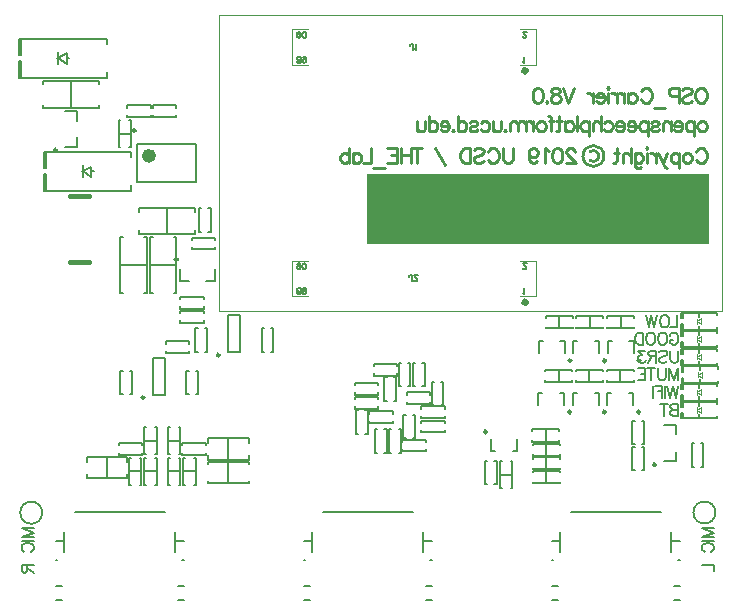
<source format=gbo>
G04*
G04 #@! TF.GenerationSoftware,Altium Limited,Altium Designer,19.0.15 (446)*
G04*
G04 Layer_Color=32896*
%FSLAX42Y42*%
%MOMM*%
G71*
G01*
G75*
%ADD10C,0.25*%
%ADD11C,0.25*%
%ADD12C,0.20*%
%ADD13C,0.50*%
%ADD14C,0.10*%
%ADD15C,0.20*%
%ADD17C,0.13*%
%ADD19C,0.15*%
%ADD181C,0.60*%
%ADD182C,0.40*%
%ADD183R,29.00X6.00*%
D10*
X4881Y-1226D02*
G03*
X4881Y-1154I29J36D01*
G01*
X4999Y-1190D02*
G03*
X4999Y-1190I-89J0D01*
G01*
X5840Y-895D02*
X5852Y-901D01*
X5864Y-913D01*
X5870Y-932D01*
Y-944D01*
X5864Y-962D01*
X5852Y-974D01*
X5840Y-980D01*
X5822D01*
X5810Y-974D01*
X5797Y-962D01*
X5791Y-944D01*
Y-932D01*
X5797Y-913D01*
X5810Y-901D01*
X5822Y-895D01*
X5840D01*
X5764D02*
Y-1022D01*
Y-913D02*
X5751Y-901D01*
X5739Y-895D01*
X5721D01*
X5709Y-901D01*
X5697Y-913D01*
X5691Y-932D01*
Y-944D01*
X5697Y-962D01*
X5709Y-974D01*
X5721Y-980D01*
X5739D01*
X5751Y-974D01*
X5764Y-962D01*
X5664Y-932D02*
X5591D01*
Y-920D01*
X5597Y-907D01*
X5603Y-901D01*
X5615Y-895D01*
X5634D01*
X5646Y-901D01*
X5658Y-913D01*
X5664Y-932D01*
Y-944D01*
X5658Y-962D01*
X5646Y-974D01*
X5634Y-980D01*
X5615D01*
X5603Y-974D01*
X5591Y-962D01*
X5564Y-895D02*
Y-980D01*
Y-920D02*
X5546Y-901D01*
X5534Y-895D01*
X5516D01*
X5504Y-901D01*
X5498Y-920D01*
Y-980D01*
X5398Y-913D02*
X5404Y-901D01*
X5422Y-895D01*
X5440D01*
X5458Y-901D01*
X5464Y-913D01*
X5458Y-926D01*
X5446Y-932D01*
X5416Y-938D01*
X5404Y-944D01*
X5398Y-956D01*
Y-962D01*
X5404Y-974D01*
X5422Y-980D01*
X5440D01*
X5458Y-974D01*
X5464Y-962D01*
X5371Y-895D02*
Y-1022D01*
Y-913D02*
X5359Y-901D01*
X5347Y-895D01*
X5329D01*
X5317Y-901D01*
X5305Y-913D01*
X5299Y-932D01*
Y-944D01*
X5305Y-962D01*
X5317Y-974D01*
X5329Y-980D01*
X5347D01*
X5359Y-974D01*
X5371Y-962D01*
X5271Y-932D02*
X5199D01*
Y-920D01*
X5205Y-907D01*
X5211Y-901D01*
X5223Y-895D01*
X5241D01*
X5253Y-901D01*
X5265Y-913D01*
X5271Y-932D01*
Y-944D01*
X5265Y-962D01*
X5253Y-974D01*
X5241Y-980D01*
X5223D01*
X5211Y-974D01*
X5199Y-962D01*
X5172Y-932D02*
X5099D01*
Y-920D01*
X5105Y-907D01*
X5111Y-901D01*
X5123Y-895D01*
X5141D01*
X5154Y-901D01*
X5166Y-913D01*
X5172Y-932D01*
Y-944D01*
X5166Y-962D01*
X5154Y-974D01*
X5141Y-980D01*
X5123D01*
X5111Y-974D01*
X5099Y-962D01*
X4999Y-913D02*
X5011Y-901D01*
X5024Y-895D01*
X5042D01*
X5054Y-901D01*
X5066Y-913D01*
X5072Y-932D01*
Y-944D01*
X5066Y-962D01*
X5054Y-974D01*
X5042Y-980D01*
X5024D01*
X5011Y-974D01*
X4999Y-962D01*
X4972Y-853D02*
Y-980D01*
Y-920D02*
X4954Y-901D01*
X4942Y-895D01*
X4924D01*
X4912Y-901D01*
X4906Y-920D01*
Y-980D01*
X4872Y-895D02*
Y-1022D01*
Y-913D02*
X4860Y-901D01*
X4848Y-895D01*
X4830D01*
X4818Y-901D01*
X4806Y-913D01*
X4800Y-932D01*
Y-944D01*
X4806Y-962D01*
X4818Y-974D01*
X4830Y-980D01*
X4848D01*
X4860Y-974D01*
X4872Y-962D01*
X4773Y-853D02*
Y-980D01*
X4673Y-895D02*
Y-980D01*
Y-913D02*
X4686Y-901D01*
X4698Y-895D01*
X4716D01*
X4728Y-901D01*
X4740Y-913D01*
X4746Y-932D01*
Y-944D01*
X4740Y-962D01*
X4728Y-974D01*
X4716Y-980D01*
X4698D01*
X4686Y-974D01*
X4673Y-962D01*
X4621Y-853D02*
Y-956D01*
X4615Y-974D01*
X4603Y-980D01*
X4591D01*
X4640Y-895D02*
X4597D01*
X4525Y-853D02*
X4537D01*
X4549Y-859D01*
X4555Y-877D01*
Y-980D01*
X4573Y-895D02*
X4531D01*
X4476D02*
X4488Y-901D01*
X4501Y-913D01*
X4507Y-932D01*
Y-944D01*
X4501Y-962D01*
X4488Y-974D01*
X4476Y-980D01*
X4458D01*
X4446Y-974D01*
X4434Y-962D01*
X4428Y-944D01*
Y-932D01*
X4434Y-913D01*
X4446Y-901D01*
X4458Y-895D01*
X4476D01*
X4400D02*
Y-980D01*
Y-932D02*
X4394Y-913D01*
X4382Y-901D01*
X4370Y-895D01*
X4352D01*
X4340D02*
Y-980D01*
Y-920D02*
X4322Y-901D01*
X4310Y-895D01*
X4292D01*
X4280Y-901D01*
X4274Y-920D01*
Y-980D01*
Y-920D02*
X4256Y-901D01*
X4244Y-895D01*
X4225D01*
X4213Y-901D01*
X4207Y-920D01*
Y-980D01*
X4161Y-968D02*
X4167Y-974D01*
X4161Y-980D01*
X4155Y-974D01*
X4161Y-968D01*
X4127Y-895D02*
Y-956D01*
X4121Y-974D01*
X4109Y-980D01*
X4091D01*
X4079Y-974D01*
X4061Y-956D01*
Y-895D02*
Y-980D01*
X3955Y-913D02*
X3967Y-901D01*
X3979Y-895D01*
X3997D01*
X4010Y-901D01*
X4022Y-913D01*
X4028Y-932D01*
Y-944D01*
X4022Y-962D01*
X4010Y-974D01*
X3997Y-980D01*
X3979D01*
X3967Y-974D01*
X3955Y-962D01*
X3861Y-913D02*
X3867Y-901D01*
X3886Y-895D01*
X3904D01*
X3922Y-901D01*
X3928Y-913D01*
X3922Y-926D01*
X3910Y-932D01*
X3880Y-938D01*
X3867Y-944D01*
X3861Y-956D01*
Y-962D01*
X3867Y-974D01*
X3886Y-980D01*
X3904D01*
X3922Y-974D01*
X3928Y-962D01*
X3762Y-853D02*
Y-980D01*
Y-913D02*
X3774Y-901D01*
X3786Y-895D01*
X3805D01*
X3817Y-901D01*
X3829Y-913D01*
X3835Y-932D01*
Y-944D01*
X3829Y-962D01*
X3817Y-974D01*
X3805Y-980D01*
X3786D01*
X3774Y-974D01*
X3762Y-962D01*
X3722Y-968D02*
X3728Y-974D01*
X3722Y-980D01*
X3716Y-974D01*
X3722Y-968D01*
X3688Y-932D02*
X3616D01*
Y-920D01*
X3622Y-907D01*
X3628Y-901D01*
X3640Y-895D01*
X3658D01*
X3670Y-901D01*
X3682Y-913D01*
X3688Y-932D01*
Y-944D01*
X3682Y-962D01*
X3670Y-974D01*
X3658Y-980D01*
X3640D01*
X3628Y-974D01*
X3616Y-962D01*
X3516Y-853D02*
Y-980D01*
Y-913D02*
X3528Y-901D01*
X3540Y-895D01*
X3558D01*
X3571Y-901D01*
X3583Y-913D01*
X3589Y-932D01*
Y-944D01*
X3583Y-962D01*
X3571Y-974D01*
X3558Y-980D01*
X3540D01*
X3528Y-974D01*
X3516Y-962D01*
X3482Y-895D02*
Y-956D01*
X3476Y-974D01*
X3464Y-980D01*
X3446D01*
X3434Y-974D01*
X3416Y-956D01*
Y-895D02*
Y-980D01*
X5834Y-613D02*
X5846Y-619D01*
X5858Y-631D01*
X5864Y-643D01*
X5870Y-661D01*
Y-692D01*
X5864Y-710D01*
X5858Y-722D01*
X5846Y-734D01*
X5834Y-740D01*
X5810D01*
X5797Y-734D01*
X5785Y-722D01*
X5779Y-710D01*
X5773Y-692D01*
Y-661D01*
X5779Y-643D01*
X5785Y-631D01*
X5797Y-619D01*
X5810Y-613D01*
X5834D01*
X5659Y-631D02*
X5671Y-619D01*
X5689Y-613D01*
X5713D01*
X5732Y-619D01*
X5744Y-631D01*
Y-643D01*
X5738Y-655D01*
X5732Y-661D01*
X5719Y-667D01*
X5683Y-680D01*
X5671Y-686D01*
X5665Y-692D01*
X5659Y-704D01*
Y-722D01*
X5671Y-734D01*
X5689Y-740D01*
X5713D01*
X5732Y-734D01*
X5744Y-722D01*
X5631Y-680D02*
X5576D01*
X5558Y-673D01*
X5552Y-667D01*
X5546Y-655D01*
Y-637D01*
X5552Y-625D01*
X5558Y-619D01*
X5576Y-613D01*
X5631D01*
Y-740D01*
X5517Y-782D02*
X5421D01*
X5314Y-643D02*
X5320Y-631D01*
X5332Y-619D01*
X5344Y-613D01*
X5368D01*
X5380Y-619D01*
X5392Y-631D01*
X5398Y-643D01*
X5404Y-661D01*
Y-692D01*
X5398Y-710D01*
X5392Y-722D01*
X5380Y-734D01*
X5368Y-740D01*
X5344D01*
X5332Y-734D01*
X5320Y-722D01*
X5314Y-710D01*
X5206Y-655D02*
Y-740D01*
Y-673D02*
X5218Y-661D01*
X5230Y-655D01*
X5248D01*
X5260Y-661D01*
X5272Y-673D01*
X5278Y-692D01*
Y-704D01*
X5272Y-722D01*
X5260Y-734D01*
X5248Y-740D01*
X5230D01*
X5218Y-734D01*
X5206Y-722D01*
X5172Y-655D02*
Y-740D01*
Y-692D02*
X5166Y-673D01*
X5154Y-661D01*
X5141Y-655D01*
X5123D01*
X5112D02*
Y-740D01*
Y-692D02*
X5106Y-673D01*
X5094Y-661D01*
X5082Y-655D01*
X5063D01*
X5040Y-613D02*
X5034Y-619D01*
X5028Y-613D01*
X5034Y-607D01*
X5040Y-613D01*
X5034Y-655D02*
Y-740D01*
X5005Y-692D02*
X4933D01*
Y-680D01*
X4939Y-667D01*
X4945Y-661D01*
X4957Y-655D01*
X4975D01*
X4987Y-661D01*
X4999Y-673D01*
X5005Y-692D01*
Y-704D01*
X4999Y-722D01*
X4987Y-734D01*
X4975Y-740D01*
X4957D01*
X4945Y-734D01*
X4933Y-722D01*
X4906Y-655D02*
Y-740D01*
Y-692D02*
X4900Y-673D01*
X4887Y-661D01*
X4875Y-655D01*
X4857D01*
X4746Y-613D02*
X4698Y-740D01*
X4649Y-613D02*
X4698Y-740D01*
X4603Y-613D02*
X4621Y-619D01*
X4627Y-631D01*
Y-643D01*
X4621Y-655D01*
X4609Y-661D01*
X4585Y-667D01*
X4566Y-673D01*
X4554Y-686D01*
X4548Y-698D01*
Y-716D01*
X4554Y-728D01*
X4560Y-734D01*
X4579Y-740D01*
X4603D01*
X4621Y-734D01*
X4627Y-728D01*
X4633Y-716D01*
Y-698D01*
X4627Y-686D01*
X4615Y-673D01*
X4597Y-667D01*
X4572Y-661D01*
X4560Y-655D01*
X4554Y-643D01*
Y-631D01*
X4560Y-619D01*
X4579Y-613D01*
X4603D01*
X4514Y-728D02*
X4520Y-734D01*
X4514Y-740D01*
X4508Y-734D01*
X4514Y-728D01*
X4444Y-613D02*
X4462Y-619D01*
X4474Y-637D01*
X4480Y-667D01*
Y-686D01*
X4474Y-716D01*
X4462Y-734D01*
X4444Y-740D01*
X4432D01*
X4413Y-734D01*
X4401Y-716D01*
X4395Y-686D01*
Y-667D01*
X4401Y-637D01*
X4413Y-619D01*
X4432Y-613D01*
X4444D01*
X5779Y-1153D02*
X5785Y-1141D01*
X5797Y-1129D01*
X5810Y-1123D01*
X5834D01*
X5846Y-1129D01*
X5858Y-1141D01*
X5864Y-1153D01*
X5870Y-1171D01*
Y-1202D01*
X5864Y-1220D01*
X5858Y-1232D01*
X5846Y-1244D01*
X5834Y-1250D01*
X5810D01*
X5797Y-1244D01*
X5785Y-1232D01*
X5779Y-1220D01*
X5713Y-1165D02*
X5725Y-1171D01*
X5738Y-1183D01*
X5744Y-1202D01*
Y-1214D01*
X5738Y-1232D01*
X5725Y-1244D01*
X5713Y-1250D01*
X5695D01*
X5683Y-1244D01*
X5671Y-1232D01*
X5665Y-1214D01*
Y-1202D01*
X5671Y-1183D01*
X5683Y-1171D01*
X5695Y-1165D01*
X5713D01*
X5637D02*
Y-1292D01*
Y-1183D02*
X5625Y-1171D01*
X5613Y-1165D01*
X5595D01*
X5583Y-1171D01*
X5571Y-1183D01*
X5565Y-1202D01*
Y-1214D01*
X5571Y-1232D01*
X5583Y-1244D01*
X5595Y-1250D01*
X5613D01*
X5625Y-1244D01*
X5637Y-1232D01*
X5531Y-1165D02*
X5495Y-1250D01*
X5459Y-1165D02*
X5495Y-1250D01*
X5507Y-1274D01*
X5519Y-1286D01*
X5531Y-1292D01*
X5537D01*
X5438Y-1165D02*
Y-1250D01*
Y-1202D02*
X5432Y-1183D01*
X5420Y-1171D01*
X5407Y-1165D01*
X5389D01*
X5366Y-1123D02*
X5360Y-1129D01*
X5354Y-1123D01*
X5360Y-1117D01*
X5366Y-1123D01*
X5360Y-1165D02*
Y-1250D01*
X5259Y-1165D02*
Y-1262D01*
X5265Y-1280D01*
X5271Y-1286D01*
X5283Y-1292D01*
X5301D01*
X5313Y-1286D01*
X5259Y-1183D02*
X5271Y-1171D01*
X5283Y-1165D01*
X5301D01*
X5313Y-1171D01*
X5325Y-1183D01*
X5331Y-1202D01*
Y-1214D01*
X5325Y-1232D01*
X5313Y-1244D01*
X5301Y-1250D01*
X5283D01*
X5271Y-1244D01*
X5259Y-1232D01*
X5225Y-1123D02*
Y-1250D01*
Y-1190D02*
X5207Y-1171D01*
X5195Y-1165D01*
X5176D01*
X5164Y-1171D01*
X5158Y-1190D01*
Y-1250D01*
X5107Y-1123D02*
Y-1226D01*
X5101Y-1244D01*
X5089Y-1250D01*
X5077D01*
X5125Y-1165D02*
X5083D01*
X4753Y-1153D02*
Y-1147D01*
X4747Y-1135D01*
X4741Y-1129D01*
X4729Y-1123D01*
X4705D01*
X4693Y-1129D01*
X4687Y-1135D01*
X4681Y-1147D01*
Y-1159D01*
X4687Y-1171D01*
X4699Y-1190D01*
X4759Y-1250D01*
X4675D01*
X4610Y-1123D02*
X4628Y-1129D01*
X4640Y-1147D01*
X4646Y-1177D01*
Y-1196D01*
X4640Y-1226D01*
X4628Y-1244D01*
X4610Y-1250D01*
X4598D01*
X4580Y-1244D01*
X4568Y-1226D01*
X4562Y-1196D01*
Y-1177D01*
X4568Y-1147D01*
X4580Y-1129D01*
X4598Y-1123D01*
X4610D01*
X4533Y-1147D02*
X4521Y-1141D01*
X4503Y-1123D01*
Y-1250D01*
X4361Y-1165D02*
X4367Y-1183D01*
X4380Y-1196D01*
X4398Y-1202D01*
X4404D01*
X4422Y-1196D01*
X4434Y-1183D01*
X4440Y-1165D01*
Y-1159D01*
X4434Y-1141D01*
X4422Y-1129D01*
X4404Y-1123D01*
X4398D01*
X4380Y-1129D01*
X4367Y-1141D01*
X4361Y-1165D01*
Y-1196D01*
X4367Y-1226D01*
X4380Y-1244D01*
X4398Y-1250D01*
X4410D01*
X4428Y-1244D01*
X4434Y-1232D01*
X4227Y-1123D02*
Y-1214D01*
X4221Y-1232D01*
X4209Y-1244D01*
X4191Y-1250D01*
X4179D01*
X4161Y-1244D01*
X4149Y-1232D01*
X4143Y-1214D01*
Y-1123D01*
X4017Y-1153D02*
X4023Y-1141D01*
X4035Y-1129D01*
X4047Y-1123D01*
X4071D01*
X4083Y-1129D01*
X4095Y-1141D01*
X4101Y-1153D01*
X4107Y-1171D01*
Y-1202D01*
X4101Y-1220D01*
X4095Y-1232D01*
X4083Y-1244D01*
X4071Y-1250D01*
X4047D01*
X4035Y-1244D01*
X4023Y-1232D01*
X4017Y-1220D01*
X3896Y-1141D02*
X3909Y-1129D01*
X3927Y-1123D01*
X3951D01*
X3969Y-1129D01*
X3981Y-1141D01*
Y-1153D01*
X3975Y-1165D01*
X3969Y-1171D01*
X3957Y-1177D01*
X3921Y-1190D01*
X3909Y-1196D01*
X3903Y-1202D01*
X3896Y-1214D01*
Y-1232D01*
X3909Y-1244D01*
X3927Y-1250D01*
X3951D01*
X3969Y-1244D01*
X3981Y-1232D01*
X3868Y-1123D02*
Y-1250D01*
Y-1123D02*
X3826D01*
X3808Y-1129D01*
X3796Y-1141D01*
X3789Y-1153D01*
X3783Y-1171D01*
Y-1202D01*
X3789Y-1220D01*
X3796Y-1232D01*
X3808Y-1244D01*
X3826Y-1250D01*
X3868D01*
X3655Y-1268D02*
X3571Y-1123D01*
X3420D02*
Y-1250D01*
X3462Y-1123D02*
X3378D01*
X3363D02*
Y-1250D01*
X3278Y-1123D02*
Y-1250D01*
X3363Y-1183D02*
X3278D01*
X3164Y-1123D02*
X3243D01*
Y-1250D01*
X3164D01*
X3243Y-1183D02*
X3195D01*
X3143Y-1292D02*
X3046D01*
X3030Y-1123D02*
Y-1250D01*
X2957D01*
X2871Y-1165D02*
Y-1250D01*
Y-1183D02*
X2883Y-1171D01*
X2895Y-1165D01*
X2913D01*
X2925Y-1171D01*
X2938Y-1183D01*
X2944Y-1202D01*
Y-1214D01*
X2938Y-1232D01*
X2925Y-1244D01*
X2913Y-1250D01*
X2895D01*
X2883Y-1244D01*
X2871Y-1232D01*
X2837Y-1123D02*
Y-1250D01*
Y-1183D02*
X2825Y-1171D01*
X2813Y-1165D01*
X2795D01*
X2783Y-1171D01*
X2771Y-1183D01*
X2765Y-1202D01*
Y-1214D01*
X2771Y-1232D01*
X2783Y-1244D01*
X2795Y-1250D01*
X2813D01*
X2825Y-1244D01*
X2837Y-1232D01*
D11*
X1108Y-3234D02*
G03*
X1108Y-3234I-12J0D01*
G01*
X1745Y-2875D02*
G03*
X1745Y-2875I-12J0D01*
G01*
X1390Y-2065D02*
G03*
X1390Y-2065I-12J0D01*
G01*
X1034Y-975D02*
G03*
X1034Y-975I-12J0D01*
G01*
X367Y-1140D02*
G03*
X367Y-1140I-12J0D01*
G01*
X4008Y-3525D02*
G03*
X4008Y-3525I-12J0D01*
G01*
X5437Y-3803D02*
G03*
X5437Y-3803I-12J0D01*
G01*
X5013Y-3357D02*
G03*
X5013Y-3357I-12J0D01*
G01*
X5305D02*
G03*
X5305Y-3357I-12J0D01*
G01*
X4721Y-3357D02*
G03*
X4721Y-3357I-12J0D01*
G01*
X4724Y-2922D02*
G03*
X4724Y-2922I-12J0D01*
G01*
X5308D02*
G03*
X5308Y-2922I-12J0D01*
G01*
X5016D02*
G03*
X5016Y-2922I-12J0D01*
G01*
D12*
X1183Y-3209D02*
X1283D01*
X1183Y-2899D02*
X1283D01*
X1183Y-3209D02*
Y-2899D01*
X1283Y-3209D02*
Y-2899D01*
X1820Y-2850D02*
X1920D01*
X1820Y-2540D02*
X1920D01*
X1820Y-2850D02*
Y-2540D01*
X1920Y-2850D02*
Y-2540D01*
X1410Y-2250D02*
Y-2150D01*
Y-2250D02*
X1488D01*
X1710D02*
Y-2150D01*
X1633Y-2250D02*
X1710D01*
X1047Y-1088D02*
X1547D01*
X1047Y-1407D02*
X1547D01*
X1047D02*
Y-1088D01*
X1547Y-1407D02*
Y-1088D01*
X255Y-1155D02*
X998D01*
Y-1202D02*
Y-1155D01*
X255Y-1295D02*
Y-1155D01*
X998Y-1485D02*
Y-1438D01*
X255Y-1295D02*
X274D01*
Y-1155D01*
Y-1485D02*
Y-1345D01*
X255D02*
X274D01*
X255Y-1485D02*
X998D01*
X255D02*
Y-1345D01*
X590Y-1370D02*
Y-1270D01*
Y-1320D02*
X660Y-1280D01*
X590Y-1320D02*
X660Y-1370D01*
Y-1280D01*
X580Y-1320D02*
X590D01*
X660D02*
X680D01*
X440Y-1110D02*
X540D01*
Y-1030D01*
X440Y-810D02*
X540D01*
Y-890D02*
Y-810D01*
X45Y-195D02*
X788D01*
Y-242D02*
Y-195D01*
X45Y-335D02*
Y-195D01*
X788Y-525D02*
Y-478D01*
X45Y-335D02*
X64D01*
Y-195D01*
Y-525D02*
Y-385D01*
X45D02*
X64D01*
X45Y-525D02*
X788D01*
X45D02*
Y-385D01*
X380Y-410D02*
Y-310D01*
Y-360D02*
X450Y-320D01*
X380Y-360D02*
X450Y-410D01*
Y-320D01*
X370Y-360D02*
X380D01*
X450D02*
X470D01*
X4225Y-3688D02*
X4260D01*
Y-3588D01*
X4040Y-3688D02*
X4075D01*
X4040D02*
Y-3588D01*
X5610Y-3547D02*
Y-3470D01*
X5510D02*
X5610D01*
Y-3770D02*
Y-3692D01*
X5510Y-3770D02*
X5610D01*
X1390Y-4950D02*
X1440D01*
X1390Y-4830D02*
X1440D01*
X1370Y-4450D02*
X1440D01*
X1430Y-4610D02*
X1440Y-4610D01*
X1370Y-4540D02*
Y-4370D01*
X900Y-4200D02*
X1280D01*
X520D02*
X900D01*
X430Y-4540D02*
Y-4370D01*
X360Y-4610D02*
X370Y-4610D01*
X360Y-4450D02*
X430D01*
X360Y-4830D02*
X410D01*
X360Y-4950D02*
X410D01*
X2460D02*
X2510D01*
X2460Y-4830D02*
X2510D01*
X2460Y-4450D02*
X2530D01*
X2460Y-4610D02*
X2470Y-4610D01*
X2530Y-4540D02*
Y-4370D01*
X2620Y-4200D02*
X3000D01*
X3380D01*
X3470Y-4540D02*
Y-4370D01*
X3530Y-4610D02*
X3540Y-4610D01*
X3470Y-4450D02*
X3540D01*
X3490Y-4830D02*
X3540D01*
X3490Y-4950D02*
X3540D01*
X4560D02*
X4610D01*
X4560Y-4830D02*
X4610D01*
X4560Y-4450D02*
X4630D01*
X4560Y-4610D02*
X4570Y-4610D01*
X4630Y-4540D02*
Y-4370D01*
X4720Y-4200D02*
X5100D01*
X5480D01*
X5570Y-4540D02*
Y-4370D01*
X5630Y-4610D02*
X5640Y-4610D01*
X5570Y-4450D02*
X5640D01*
X5590Y-4830D02*
X5640D01*
X5590Y-4950D02*
X5640D01*
X4735Y-3194D02*
X4770D01*
X4735Y-3294D02*
Y-3194D01*
X4920D02*
X4955D01*
Y-3294D02*
Y-3194D01*
X5027D02*
X5062D01*
X5027Y-3294D02*
Y-3194D01*
X5212D02*
X5247D01*
Y-3294D02*
Y-3194D01*
X4443Y-3195D02*
X4478D01*
X4443Y-3295D02*
Y-3195D01*
X4628D02*
X4663D01*
Y-3295D02*
Y-3195D01*
X4446Y-2760D02*
X4481D01*
X4446Y-2860D02*
Y-2760D01*
X4631D02*
X4666D01*
Y-2860D02*
Y-2760D01*
X5030D02*
X5065D01*
X5030Y-2860D02*
Y-2760D01*
X5215D02*
X5250D01*
Y-2860D02*
Y-2760D01*
X4738D02*
X4773D01*
X4738Y-2860D02*
Y-2760D01*
X4923D02*
X4958D01*
Y-2860D02*
Y-2760D01*
D13*
X4340Y-468D02*
G03*
X4340Y-468I-10J0D01*
G01*
Y-2428D02*
G03*
X4340Y-2428I-10J0D01*
G01*
Y-468D02*
G03*
X4340Y-468I-10J0D01*
G01*
Y-2428D02*
G03*
X4340Y-2428I-10J0D01*
G01*
D14*
X5792Y-3040D02*
X5828Y-3015D01*
Y-3040D02*
Y-3015D01*
X5792Y-3040D02*
Y-3017D01*
Y-3062D02*
Y-3040D01*
X5828Y-3065D02*
Y-3040D01*
X5792D02*
X5828Y-3065D01*
X5788Y-2590D02*
X5824Y-2565D01*
Y-2590D02*
Y-2565D01*
X5788Y-2590D02*
Y-2567D01*
Y-2612D02*
Y-2590D01*
X5824Y-2615D02*
Y-2590D01*
X5788D02*
X5824Y-2615D01*
X5788Y-2740D02*
X5824Y-2715D01*
Y-2740D02*
Y-2715D01*
X5788Y-2740D02*
Y-2717D01*
Y-2762D02*
Y-2740D01*
X5824Y-2765D02*
Y-2740D01*
X5788D02*
X5824Y-2765D01*
X5788Y-2890D02*
X5824Y-2865D01*
Y-2890D02*
Y-2865D01*
X5788Y-2890D02*
Y-2867D01*
Y-2912D02*
Y-2890D01*
X5824Y-2915D02*
Y-2890D01*
X5788D02*
X5824Y-2915D01*
X5788Y-3340D02*
X5824Y-3315D01*
Y-3340D02*
Y-3315D01*
X5788Y-3340D02*
Y-3317D01*
Y-3362D02*
Y-3340D01*
X5824Y-3365D02*
Y-3340D01*
X5788D02*
X5824Y-3365D01*
X5788Y-3190D02*
X5824Y-3215D01*
Y-3190D01*
X5788Y-3212D02*
Y-3190D01*
Y-3167D01*
X5824Y-3190D02*
Y-3165D01*
X5788Y-3190D02*
X5824Y-3165D01*
X2360Y-418D02*
Y-118D01*
X2490D01*
X2360Y-418D02*
X2490D01*
X4290Y-118D02*
X4420D01*
Y-418D02*
Y-118D01*
X4290Y-418D02*
X4420D01*
X2360Y-2378D02*
Y-2078D01*
X2490D01*
X2360Y-2378D02*
X2490D01*
X4290Y-2078D02*
X4420D01*
Y-2378D02*
Y-2078D01*
X4290Y-2378D02*
X4420D01*
X1740Y-2498D02*
Y2D01*
Y-2498D02*
X6000D01*
Y2D01*
X1740D02*
X6000D01*
X2360Y-418D02*
Y-118D01*
X2490D01*
X2360Y-418D02*
X2490D01*
X4290Y-118D02*
X4420D01*
Y-418D02*
Y-118D01*
X4290Y-418D02*
X4420D01*
X4290Y-2378D02*
X4420D01*
Y-2078D01*
X4290D02*
X4420D01*
X2360Y-2378D02*
X2490D01*
X2360Y-2078D02*
X2490D01*
X2360Y-2378D02*
Y-2078D01*
D15*
X5630Y-3135D02*
X5606Y-3236D01*
X5582Y-3135D02*
X5606Y-3236D01*
X5582Y-3135D02*
X5557Y-3236D01*
X5533Y-3135D02*
X5557Y-3236D01*
X5513Y-3135D02*
Y-3236D01*
X5492Y-3135D02*
Y-3236D01*
Y-3135D02*
X5429D01*
X5492Y-3183D02*
X5453D01*
X5417Y-3135D02*
Y-3236D01*
X5630Y-3288D02*
Y-3390D01*
Y-3288D02*
X5586D01*
X5572Y-3293D01*
X5567Y-3298D01*
X5562Y-3308D01*
Y-3317D01*
X5567Y-3327D01*
X5572Y-3332D01*
X5586Y-3337D01*
X5630D02*
X5586D01*
X5572Y-3342D01*
X5567Y-3346D01*
X5562Y-3356D01*
Y-3371D01*
X5567Y-3380D01*
X5572Y-3385D01*
X5586Y-3390D01*
X5630D01*
X5506Y-3288D02*
Y-3390D01*
X5540Y-3288D02*
X5472D01*
X5630Y-2988D02*
Y-3090D01*
Y-2988D02*
X5591Y-3090D01*
X5553Y-2988D02*
X5591Y-3090D01*
X5553Y-2988D02*
Y-3090D01*
X5524Y-2988D02*
Y-3061D01*
X5519Y-3075D01*
X5509Y-3085D01*
X5495Y-3090D01*
X5485D01*
X5470Y-3085D01*
X5461Y-3075D01*
X5456Y-3061D01*
Y-2988D01*
X5394D02*
Y-3090D01*
X5428Y-2988D02*
X5360D01*
X5285D02*
X5348D01*
Y-3090D01*
X5285D01*
X5348Y-3037D02*
X5309D01*
X5630Y-2838D02*
Y-2911D01*
X5625Y-2925D01*
X5615Y-2935D01*
X5601Y-2940D01*
X5591D01*
X5577Y-2935D01*
X5567Y-2925D01*
X5562Y-2911D01*
Y-2838D01*
X5467Y-2853D02*
X5476Y-2843D01*
X5491Y-2838D01*
X5510D01*
X5525Y-2843D01*
X5534Y-2853D01*
Y-2863D01*
X5529Y-2872D01*
X5525Y-2877D01*
X5515Y-2882D01*
X5486Y-2892D01*
X5476Y-2896D01*
X5471Y-2901D01*
X5467Y-2911D01*
Y-2925D01*
X5476Y-2935D01*
X5491Y-2940D01*
X5510D01*
X5525Y-2935D01*
X5534Y-2925D01*
X5444Y-2838D02*
Y-2940D01*
Y-2838D02*
X5400D01*
X5386Y-2843D01*
X5381Y-2848D01*
X5376Y-2858D01*
Y-2867D01*
X5381Y-2877D01*
X5386Y-2882D01*
X5400Y-2887D01*
X5444D01*
X5410D02*
X5376Y-2940D01*
X5344Y-2838D02*
X5290D01*
X5319Y-2877D01*
X5305D01*
X5295Y-2882D01*
X5290Y-2887D01*
X5286Y-2901D01*
Y-2911D01*
X5290Y-2925D01*
X5300Y-2935D01*
X5315Y-2940D01*
X5329D01*
X5344Y-2935D01*
X5348Y-2930D01*
X5353Y-2921D01*
X5557Y-2710D02*
X5562Y-2700D01*
X5572Y-2691D01*
X5582Y-2686D01*
X5601D01*
X5611Y-2691D01*
X5620Y-2700D01*
X5625Y-2710D01*
X5630Y-2725D01*
Y-2749D01*
X5625Y-2763D01*
X5620Y-2773D01*
X5611Y-2783D01*
X5601Y-2787D01*
X5582D01*
X5572Y-2783D01*
X5562Y-2773D01*
X5557Y-2763D01*
Y-2749D01*
X5582D02*
X5557D01*
X5505Y-2686D02*
X5515Y-2691D01*
X5525Y-2700D01*
X5529Y-2710D01*
X5534Y-2725D01*
Y-2749D01*
X5529Y-2763D01*
X5525Y-2773D01*
X5515Y-2783D01*
X5505Y-2787D01*
X5486D01*
X5476Y-2783D01*
X5467Y-2773D01*
X5462Y-2763D01*
X5457Y-2749D01*
Y-2725D01*
X5462Y-2710D01*
X5467Y-2700D01*
X5476Y-2691D01*
X5486Y-2686D01*
X5505D01*
X5404D02*
X5414Y-2691D01*
X5423Y-2700D01*
X5428Y-2710D01*
X5433Y-2725D01*
Y-2749D01*
X5428Y-2763D01*
X5423Y-2773D01*
X5414Y-2783D01*
X5404Y-2787D01*
X5385D01*
X5375Y-2783D01*
X5365Y-2773D01*
X5361Y-2763D01*
X5356Y-2749D01*
Y-2725D01*
X5361Y-2710D01*
X5365Y-2700D01*
X5375Y-2691D01*
X5385Y-2686D01*
X5404D01*
X5332D02*
Y-2787D01*
Y-2686D02*
X5298D01*
X5284Y-2691D01*
X5274Y-2700D01*
X5269Y-2710D01*
X5264Y-2725D01*
Y-2749D01*
X5269Y-2763D01*
X5274Y-2773D01*
X5284Y-2783D01*
X5298Y-2787D01*
X5332D01*
X5620Y-2538D02*
Y-2640D01*
X5562D01*
X5522Y-2538D02*
X5531Y-2543D01*
X5541Y-2553D01*
X5546Y-2563D01*
X5551Y-2577D01*
Y-2601D01*
X5546Y-2616D01*
X5541Y-2625D01*
X5531Y-2635D01*
X5522Y-2640D01*
X5502D01*
X5493Y-2635D01*
X5483Y-2625D01*
X5478Y-2616D01*
X5473Y-2601D01*
Y-2577D01*
X5478Y-2563D01*
X5483Y-2553D01*
X5493Y-2543D01*
X5502Y-2538D01*
X5522D01*
X5450D02*
X5426Y-2640D01*
X5401Y-2538D02*
X5426Y-2640D01*
X5401Y-2538D02*
X5377Y-2640D01*
X5353Y-2538D02*
X5377Y-2640D01*
X68Y-4340D02*
X170D01*
X68D02*
X170Y-4379D01*
X68Y-4417D02*
X170Y-4379D01*
X68Y-4417D02*
X170D01*
X68Y-4446D02*
X170D01*
X93Y-4540D02*
X83Y-4535D01*
X73Y-4526D01*
X68Y-4516D01*
Y-4497D01*
X73Y-4487D01*
X83Y-4477D01*
X93Y-4473D01*
X107Y-4468D01*
X131D01*
X146Y-4473D01*
X155Y-4477D01*
X165Y-4487D01*
X170Y-4497D01*
Y-4516D01*
X165Y-4526D01*
X155Y-4535D01*
X146Y-4540D01*
X68Y-4649D02*
X170D01*
X68D02*
Y-4692D01*
X73Y-4707D01*
X78Y-4711D01*
X88Y-4716D01*
X97D01*
X107Y-4711D01*
X112Y-4707D01*
X117Y-4692D01*
Y-4649D01*
Y-4682D02*
X170Y-4716D01*
X5828Y-4340D02*
X5930D01*
X5828D02*
X5930Y-4379D01*
X5828Y-4417D02*
X5930Y-4379D01*
X5828Y-4417D02*
X5930D01*
X5828Y-4446D02*
X5930D01*
X5853Y-4540D02*
X5843Y-4535D01*
X5833Y-4526D01*
X5828Y-4516D01*
Y-4497D01*
X5833Y-4487D01*
X5843Y-4477D01*
X5853Y-4473D01*
X5867Y-4468D01*
X5891D01*
X5906Y-4473D01*
X5915Y-4477D01*
X5925Y-4487D01*
X5930Y-4497D01*
Y-4516D01*
X5925Y-4526D01*
X5915Y-4535D01*
X5906Y-4540D01*
X5828Y-4649D02*
X5930D01*
Y-4707D01*
D17*
X5943Y-4208D02*
G03*
X5943Y-4208I-93J0D01*
G01*
X243Y-4210D02*
G03*
X243Y-4210I-93J0D01*
G01*
X4310Y-389D02*
X4315Y-392D01*
X4322Y-399D01*
Y-348D01*
X4312Y-177D02*
Y-179D01*
X4315Y-184D01*
X4317Y-186D01*
X4322Y-189D01*
X4332D01*
X4337Y-186D01*
X4339Y-184D01*
X4341Y-179D01*
Y-174D01*
X4339Y-169D01*
X4334Y-162D01*
X4310Y-138D01*
X4344D01*
X2412Y-399D02*
X2405Y-396D01*
X2402Y-392D01*
Y-387D01*
X2405Y-382D01*
X2410Y-379D01*
X2419Y-377D01*
X2427Y-375D01*
X2431Y-370D01*
X2434Y-365D01*
Y-358D01*
X2431Y-353D01*
X2429Y-350D01*
X2422Y-348D01*
X2412D01*
X2405Y-350D01*
X2402Y-353D01*
X2400Y-358D01*
Y-365D01*
X2402Y-370D01*
X2407Y-375D01*
X2415Y-377D01*
X2424Y-379D01*
X2429Y-382D01*
X2431Y-387D01*
Y-392D01*
X2429Y-396D01*
X2422Y-399D01*
X2412D01*
X2477Y-382D02*
X2474Y-375D01*
X2469Y-370D01*
X2462Y-367D01*
X2460D01*
X2452Y-370D01*
X2448Y-375D01*
X2445Y-382D01*
Y-384D01*
X2448Y-392D01*
X2452Y-396D01*
X2460Y-399D01*
X2462D01*
X2469Y-396D01*
X2474Y-392D01*
X2477Y-382D01*
Y-370D01*
X2474Y-358D01*
X2469Y-350D01*
X2462Y-348D01*
X2457D01*
X2450Y-350D01*
X2448Y-355D01*
X2431Y-172D02*
X2429Y-165D01*
X2424Y-160D01*
X2417Y-157D01*
X2415D01*
X2407Y-160D01*
X2402Y-165D01*
X2400Y-172D01*
Y-174D01*
X2402Y-182D01*
X2407Y-186D01*
X2415Y-189D01*
X2417D01*
X2424Y-186D01*
X2429Y-182D01*
X2431Y-172D01*
Y-160D01*
X2429Y-148D01*
X2424Y-140D01*
X2417Y-138D01*
X2412D01*
X2405Y-140D01*
X2402Y-145D01*
X2460Y-189D02*
X2452Y-186D01*
X2448Y-179D01*
X2445Y-167D01*
Y-160D01*
X2448Y-148D01*
X2452Y-140D01*
X2460Y-138D01*
X2465D01*
X2472Y-140D01*
X2477Y-148D01*
X2479Y-160D01*
Y-167D01*
X2477Y-179D01*
X2472Y-186D01*
X2465Y-189D01*
X2460D01*
X4310Y-2349D02*
X4315Y-2352D01*
X4322Y-2359D01*
Y-2308D01*
X4312Y-2137D02*
Y-2139D01*
X4315Y-2144D01*
X4317Y-2146D01*
X4322Y-2149D01*
X4332D01*
X4337Y-2146D01*
X4339Y-2144D01*
X4341Y-2139D01*
Y-2134D01*
X4339Y-2129D01*
X4334Y-2122D01*
X4310Y-2098D01*
X4344D01*
X2412Y-2359D02*
X2405Y-2356D01*
X2402Y-2352D01*
Y-2347D01*
X2405Y-2342D01*
X2410Y-2339D01*
X2419Y-2337D01*
X2427Y-2335D01*
X2431Y-2330D01*
X2434Y-2325D01*
Y-2318D01*
X2431Y-2313D01*
X2429Y-2310D01*
X2422Y-2308D01*
X2412D01*
X2405Y-2310D01*
X2402Y-2313D01*
X2400Y-2318D01*
Y-2325D01*
X2402Y-2330D01*
X2407Y-2335D01*
X2415Y-2337D01*
X2424Y-2339D01*
X2429Y-2342D01*
X2431Y-2347D01*
Y-2352D01*
X2429Y-2356D01*
X2422Y-2359D01*
X2412D01*
X2477Y-2342D02*
X2474Y-2335D01*
X2469Y-2330D01*
X2462Y-2327D01*
X2460D01*
X2452Y-2330D01*
X2448Y-2335D01*
X2445Y-2342D01*
Y-2344D01*
X2448Y-2352D01*
X2452Y-2356D01*
X2460Y-2359D01*
X2462D01*
X2469Y-2356D01*
X2474Y-2352D01*
X2477Y-2342D01*
Y-2330D01*
X2474Y-2318D01*
X2469Y-2310D01*
X2462Y-2308D01*
X2457D01*
X2450Y-2310D01*
X2448Y-2315D01*
X2431Y-2132D02*
X2429Y-2125D01*
X2424Y-2120D01*
X2417Y-2117D01*
X2415D01*
X2407Y-2120D01*
X2402Y-2125D01*
X2400Y-2132D01*
Y-2134D01*
X2402Y-2142D01*
X2407Y-2146D01*
X2415Y-2149D01*
X2417D01*
X2424Y-2146D01*
X2429Y-2142D01*
X2431Y-2132D01*
Y-2120D01*
X2429Y-2108D01*
X2424Y-2100D01*
X2417Y-2098D01*
X2412D01*
X2405Y-2100D01*
X2402Y-2105D01*
X2460Y-2149D02*
X2452Y-2146D01*
X2448Y-2139D01*
X2445Y-2127D01*
Y-2120D01*
X2448Y-2108D01*
X2452Y-2100D01*
X2460Y-2098D01*
X2465D01*
X2472Y-2100D01*
X2477Y-2108D01*
X2479Y-2120D01*
Y-2127D01*
X2477Y-2139D01*
X2472Y-2146D01*
X2465Y-2149D01*
X2460D01*
X3384Y-289D02*
Y-250D01*
X3382Y-243D01*
X3379Y-240D01*
X3375Y-238D01*
X3370D01*
X3365Y-240D01*
X3362Y-243D01*
X3360Y-250D01*
Y-255D01*
X3397Y-279D02*
X3402Y-282D01*
X3409Y-289D01*
Y-238D01*
X4310Y-389D02*
X4315Y-392D01*
X4322Y-399D01*
Y-348D01*
X4312Y-177D02*
Y-179D01*
X4315Y-184D01*
X4317Y-186D01*
X4322Y-189D01*
X4332D01*
X4337Y-186D01*
X4339Y-184D01*
X4341Y-179D01*
Y-174D01*
X4339Y-169D01*
X4334Y-162D01*
X4310Y-138D01*
X4344D01*
X2412Y-399D02*
X2405Y-396D01*
X2402Y-392D01*
Y-387D01*
X2405Y-382D01*
X2410Y-379D01*
X2419Y-377D01*
X2427Y-375D01*
X2431Y-370D01*
X2434Y-365D01*
Y-358D01*
X2431Y-353D01*
X2429Y-350D01*
X2422Y-348D01*
X2412D01*
X2405Y-350D01*
X2402Y-353D01*
X2400Y-358D01*
Y-365D01*
X2402Y-370D01*
X2407Y-375D01*
X2415Y-377D01*
X2424Y-379D01*
X2429Y-382D01*
X2431Y-387D01*
Y-392D01*
X2429Y-396D01*
X2422Y-399D01*
X2412D01*
X2477Y-382D02*
X2474Y-375D01*
X2469Y-370D01*
X2462Y-367D01*
X2460D01*
X2452Y-370D01*
X2448Y-375D01*
X2445Y-382D01*
Y-384D01*
X2448Y-392D01*
X2452Y-396D01*
X2460Y-399D01*
X2462D01*
X2469Y-396D01*
X2474Y-392D01*
X2477Y-382D01*
Y-370D01*
X2474Y-358D01*
X2469Y-350D01*
X2462Y-348D01*
X2457D01*
X2450Y-350D01*
X2448Y-355D01*
X2431Y-172D02*
X2429Y-165D01*
X2424Y-160D01*
X2417Y-157D01*
X2415D01*
X2407Y-160D01*
X2402Y-165D01*
X2400Y-172D01*
Y-174D01*
X2402Y-182D01*
X2407Y-186D01*
X2415Y-189D01*
X2417D01*
X2424Y-186D01*
X2429Y-182D01*
X2431Y-172D01*
Y-160D01*
X2429Y-148D01*
X2424Y-140D01*
X2417Y-138D01*
X2412D01*
X2405Y-140D01*
X2402Y-145D01*
X2460Y-189D02*
X2452Y-186D01*
X2448Y-179D01*
X2445Y-167D01*
Y-160D01*
X2448Y-148D01*
X2452Y-140D01*
X2460Y-138D01*
X2465D01*
X2472Y-140D01*
X2477Y-148D01*
X2479Y-160D01*
Y-167D01*
X2477Y-179D01*
X2472Y-186D01*
X2465Y-189D01*
X2460D01*
X2431Y-2132D02*
X2429Y-2125D01*
X2424Y-2120D01*
X2417Y-2117D01*
X2415D01*
X2407Y-2120D01*
X2402Y-2125D01*
X2400Y-2132D01*
Y-2134D01*
X2402Y-2142D01*
X2407Y-2146D01*
X2415Y-2149D01*
X2417D01*
X2424Y-2146D01*
X2429Y-2142D01*
X2431Y-2132D01*
Y-2120D01*
X2429Y-2108D01*
X2424Y-2100D01*
X2417Y-2098D01*
X2412D01*
X2405Y-2100D01*
X2402Y-2105D01*
X2460Y-2149D02*
X2452Y-2146D01*
X2448Y-2139D01*
X2445Y-2127D01*
Y-2120D01*
X2448Y-2108D01*
X2452Y-2100D01*
X2460Y-2098D01*
X2465D01*
X2472Y-2100D01*
X2477Y-2108D01*
X2479Y-2120D01*
Y-2127D01*
X2477Y-2139D01*
X2472Y-2146D01*
X2465Y-2149D01*
X2460D01*
X2412Y-2359D02*
X2405Y-2356D01*
X2402Y-2352D01*
Y-2347D01*
X2405Y-2342D01*
X2410Y-2339D01*
X2419Y-2337D01*
X2427Y-2335D01*
X2431Y-2330D01*
X2434Y-2325D01*
Y-2318D01*
X2431Y-2313D01*
X2429Y-2310D01*
X2422Y-2308D01*
X2412D01*
X2405Y-2310D01*
X2402Y-2313D01*
X2400Y-2318D01*
Y-2325D01*
X2402Y-2330D01*
X2407Y-2335D01*
X2415Y-2337D01*
X2424Y-2339D01*
X2429Y-2342D01*
X2431Y-2347D01*
Y-2352D01*
X2429Y-2356D01*
X2422Y-2359D01*
X2412D01*
X2477Y-2342D02*
X2474Y-2335D01*
X2469Y-2330D01*
X2462Y-2327D01*
X2460D01*
X2452Y-2330D01*
X2448Y-2335D01*
X2445Y-2342D01*
Y-2344D01*
X2448Y-2352D01*
X2452Y-2356D01*
X2460Y-2359D01*
X2462D01*
X2469Y-2356D01*
X2474Y-2352D01*
X2477Y-2342D01*
Y-2330D01*
X2474Y-2318D01*
X2469Y-2310D01*
X2462Y-2308D01*
X2457D01*
X2450Y-2310D01*
X2448Y-2315D01*
X4312Y-2137D02*
Y-2139D01*
X4315Y-2144D01*
X4317Y-2146D01*
X4322Y-2149D01*
X4332D01*
X4337Y-2146D01*
X4339Y-2144D01*
X4341Y-2139D01*
Y-2134D01*
X4339Y-2129D01*
X4334Y-2122D01*
X4310Y-2098D01*
X4344D01*
X4310Y-2349D02*
X4315Y-2352D01*
X4322Y-2359D01*
Y-2308D01*
X3374Y-2249D02*
Y-2210D01*
X3372Y-2203D01*
X3369Y-2200D01*
X3365Y-2198D01*
X3360D01*
X3355Y-2200D01*
X3352Y-2203D01*
X3350Y-2210D01*
Y-2215D01*
X3390Y-2237D02*
Y-2239D01*
X3392Y-2244D01*
X3395Y-2246D01*
X3399Y-2249D01*
X3409D01*
X3414Y-2246D01*
X3416Y-2244D01*
X3419Y-2239D01*
Y-2234D01*
X3416Y-2229D01*
X3411Y-2222D01*
X3387Y-2198D01*
X3421D01*
D19*
X5810Y-3110D02*
Y-3075D01*
X5658Y-3015D02*
X5670D01*
X5658D02*
Y-2970D01*
X5670D01*
X5658Y-3065D02*
X5670D01*
X5658Y-3110D02*
Y-3065D01*
Y-3110D02*
X5670D01*
X5810Y-3005D02*
Y-2970D01*
X5962Y-2989D02*
Y-2970D01*
X5660D02*
X5962D01*
X5670Y-3015D02*
Y-2970D01*
Y-3110D02*
Y-3065D01*
X5670Y-3110D02*
X5962D01*
Y-3091D01*
X5821Y-3820D02*
X5841D01*
Y-3620D01*
X5821D02*
X5841D01*
X5741D02*
X5761D01*
X5741Y-3820D02*
Y-3620D01*
Y-3820D02*
X5761D01*
X5140Y-2650D02*
Y-2548D01*
X5026Y-2650D02*
Y-2637D01*
Y-2650D02*
X5254D01*
Y-2637D01*
Y-2561D02*
Y-2548D01*
X5026D02*
X5254D01*
X5026Y-2561D02*
Y-2548D01*
X4880Y-2650D02*
Y-2548D01*
X4766Y-2650D02*
Y-2637D01*
Y-2650D02*
X4994D01*
Y-2637D01*
Y-2561D02*
Y-2548D01*
X4766D02*
X4994D01*
X4766Y-2561D02*
Y-2548D01*
X4622Y-2650D02*
Y-2548D01*
X4508Y-2650D02*
Y-2637D01*
Y-2650D02*
X4737D01*
Y-2637D01*
Y-2561D02*
Y-2548D01*
X4508D02*
X4737D01*
X4508Y-2561D02*
Y-2548D01*
X4617Y-3101D02*
Y-2999D01*
X4503Y-3101D02*
Y-3088D01*
Y-3101D02*
X4732D01*
Y-3088D01*
Y-3012D02*
Y-2999D01*
X4503D02*
X4732D01*
X4503Y-3012D02*
Y-2999D01*
X4875Y-3101D02*
Y-2999D01*
X4761Y-3101D02*
Y-3088D01*
Y-3101D02*
X4989D01*
Y-3088D01*
Y-3012D02*
Y-2999D01*
X4761D02*
X4989D01*
X4761Y-3012D02*
Y-2999D01*
X5137Y-3101D02*
Y-2999D01*
X5023Y-3101D02*
Y-3088D01*
Y-3101D02*
X5251D01*
Y-3088D01*
Y-3012D02*
Y-2999D01*
X5023D02*
X5251D01*
X5023Y-3012D02*
Y-2999D01*
X5654Y-2565D02*
X5666D01*
X5654D02*
Y-2520D01*
X5666D01*
X5654Y-2615D02*
X5666D01*
X5654Y-2660D02*
Y-2615D01*
Y-2660D02*
X5666D01*
X5958Y-2539D02*
Y-2520D01*
X5656D02*
X5958D01*
X5666Y-2565D02*
Y-2520D01*
Y-2660D02*
Y-2615D01*
X5656Y-2660D02*
X5958D01*
Y-2641D01*
X5806Y-2660D02*
Y-2625D01*
Y-2555D02*
Y-2520D01*
X1290Y-2780D02*
Y-2760D01*
X1490D01*
Y-2780D02*
Y-2760D01*
Y-2860D02*
Y-2840D01*
X1290Y-2860D02*
X1490D01*
X1290D02*
Y-2840D01*
X903Y-3208D02*
X923D01*
X903D02*
Y-3008D01*
X923D01*
X983D02*
X1003D01*
Y-3208D02*
Y-3008D01*
X983Y-3208D02*
X1003D01*
X1463D02*
X1483D01*
X1463D02*
Y-3008D01*
X1483D01*
X1543D02*
X1563D01*
Y-3208D02*
Y-3008D01*
X1543Y-3208D02*
X1563D01*
X5958Y-2810D02*
Y-2791D01*
X5656Y-2810D02*
X5958D01*
X5666D02*
Y-2765D01*
Y-2714D02*
Y-2670D01*
X5656D02*
X5958D01*
Y-2689D02*
Y-2670D01*
X5654Y-2810D02*
X5666D01*
X5654D02*
Y-2765D01*
X5666D01*
X5654Y-2670D02*
X5666D01*
X5654Y-2714D02*
Y-2670D01*
Y-2714D02*
X5666D01*
X5806Y-2810D02*
Y-2775D01*
Y-2705D02*
Y-2670D01*
X5958Y-2960D02*
Y-2941D01*
X5656Y-2960D02*
X5958D01*
X5666D02*
Y-2915D01*
Y-2864D02*
Y-2820D01*
X5656D02*
X5958D01*
Y-2839D02*
Y-2820D01*
X5654Y-2960D02*
X5666D01*
X5654D02*
Y-2915D01*
X5666D01*
X5654Y-2820D02*
X5666D01*
X5654Y-2864D02*
Y-2820D01*
Y-2864D02*
X5666D01*
X5806Y-2960D02*
Y-2925D01*
Y-2855D02*
Y-2820D01*
X5654Y-3315D02*
X5666D01*
X5654D02*
Y-3270D01*
X5666D01*
X5654Y-3365D02*
X5666D01*
X5654Y-3410D02*
Y-3365D01*
Y-3410D02*
X5666D01*
X5958Y-3289D02*
Y-3270D01*
X5656D02*
X5958D01*
X5666Y-3315D02*
Y-3270D01*
Y-3410D02*
Y-3365D01*
X5656Y-3410D02*
X5958D01*
Y-3391D01*
X5806Y-3410D02*
Y-3375D01*
Y-3305D02*
Y-3270D01*
X5958Y-3260D02*
Y-3241D01*
X5666Y-3260D02*
X5958D01*
X5666D02*
Y-3215D01*
Y-3165D02*
Y-3120D01*
X5656D02*
X5958D01*
Y-3139D02*
Y-3120D01*
X5806Y-3155D02*
Y-3120D01*
X5654Y-3260D02*
X5666D01*
X5654D02*
Y-3215D01*
X5666D01*
X5654Y-3120D02*
X5666D01*
X5654Y-3165D02*
Y-3120D01*
Y-3165D02*
X5666D01*
X5806Y-3260D02*
Y-3225D01*
X1620Y-2845D02*
X1640D01*
Y-2645D01*
X1620D02*
X1640D01*
X1540D02*
X1560D01*
X1540Y-2845D02*
Y-2645D01*
Y-2845D02*
X1560D01*
X2180D02*
X2200D01*
Y-2645D01*
X2180D02*
X2200D01*
X2100D02*
X2120D01*
X2100Y-2845D02*
Y-2645D01*
Y-2845D02*
X2120D01*
X1610Y-2401D02*
Y-2381D01*
X1410D02*
X1610D01*
X1410Y-2401D02*
Y-2381D01*
Y-2481D02*
Y-2461D01*
Y-2481D02*
X1610D01*
Y-2461D01*
Y-2520D02*
Y-2500D01*
X1410D02*
X1610D01*
X1410Y-2520D02*
Y-2500D01*
Y-2600D02*
Y-2580D01*
Y-2600D02*
X1610D01*
Y-2580D01*
X1710Y-1900D02*
Y-1880D01*
X1510D02*
X1710D01*
X1510Y-1900D02*
Y-1880D01*
Y-1980D02*
Y-1960D01*
Y-1980D02*
X1710D01*
Y-1960D01*
X1300Y-1850D02*
Y-1630D01*
X1540Y-1850D02*
Y-1820D01*
X1060Y-1850D02*
X1540D01*
X1060D02*
Y-1820D01*
Y-1660D02*
Y-1630D01*
X1540D01*
Y-1660D02*
Y-1630D01*
X905Y-2110D02*
X1130D01*
X905Y-1873D02*
X930D01*
X905Y-2348D02*
Y-1873D01*
Y-2348D02*
X930D01*
X1105D02*
X1130D01*
Y-1873D01*
X1105D02*
X1130D01*
X1155Y-2110D02*
X1380D01*
X1155Y-1873D02*
X1180D01*
X1155Y-2348D02*
Y-1873D01*
Y-2348D02*
X1180D01*
X1355D02*
X1380D01*
Y-1873D01*
X1355D02*
X1380D01*
X1570Y-1830D02*
X1590D01*
X1570D02*
Y-1630D01*
X1590D01*
X1650D02*
X1670D01*
Y-1830D02*
Y-1630D01*
X1650Y-1830D02*
X1670D01*
X1180Y-780D02*
Y-760D01*
X1380D01*
Y-780D02*
Y-760D01*
Y-860D02*
Y-840D01*
X1180Y-860D02*
X1380D01*
X1180D02*
Y-840D01*
X1160Y-860D02*
Y-840D01*
X960Y-860D02*
X1160D01*
X960D02*
Y-840D01*
Y-780D02*
Y-760D01*
X1160D01*
Y-780D02*
Y-760D01*
X978Y-886D02*
X991D01*
Y-1114D02*
Y-886D01*
X978Y-1114D02*
X991D01*
X889D02*
X902D01*
X889D02*
Y-886D01*
X902D01*
X889Y-1000D02*
X991D01*
X484Y-782D02*
Y-557D01*
X246Y-782D02*
Y-757D01*
Y-782D02*
X722D01*
Y-757D01*
Y-582D02*
Y-557D01*
X246D02*
X722D01*
X246Y-582D02*
Y-557D01*
X2900Y-3540D02*
X2920D01*
X2900D02*
Y-3340D01*
X2920D01*
X2980D02*
X3000D01*
Y-3540D02*
Y-3340D01*
X2980Y-3540D02*
X3000D01*
X2890Y-3130D02*
Y-3110D01*
X3090D01*
Y-3130D02*
Y-3110D01*
Y-3210D02*
Y-3190D01*
X2890Y-3210D02*
X3090D01*
X2890D02*
Y-3190D01*
X3050Y-2970D02*
Y-2950D01*
X3250D01*
Y-2970D02*
Y-2950D01*
Y-3050D02*
Y-3030D01*
X3050Y-3050D02*
X3250D01*
X3050D02*
Y-3030D01*
X3460Y-2940D02*
X3480D01*
Y-3140D02*
Y-2940D01*
X3460Y-3140D02*
X3480D01*
X3380D02*
X3400D01*
X3380D02*
Y-2940D01*
X3400D01*
X3490Y-3690D02*
Y-3670D01*
X3290Y-3690D02*
X3490D01*
X3290D02*
Y-3670D01*
Y-3610D02*
Y-3590D01*
X3490D01*
Y-3610D02*
Y-3590D01*
X3060Y-3700D02*
X3080D01*
X3060D02*
Y-3500D01*
X3080D01*
X3140D02*
X3160D01*
Y-3700D02*
Y-3500D01*
X3140Y-3700D02*
X3160D01*
X5320Y-3430D02*
X5340D01*
Y-3630D02*
Y-3430D01*
X5320Y-3630D02*
X5340D01*
X5240D02*
X5260D01*
X5240D02*
Y-3430D01*
X5260D01*
X5320Y-3650D02*
X5340D01*
Y-3850D02*
Y-3650D01*
X5320Y-3850D02*
X5340D01*
X5240D02*
X5260D01*
X5240D02*
Y-3650D01*
X5260D01*
X4393Y-3518D02*
Y-3505D01*
X4622D01*
Y-3518D02*
Y-3505D01*
Y-3607D02*
Y-3594D01*
X4393Y-3607D02*
X4622D01*
X4393D02*
Y-3594D01*
X4508Y-3607D02*
Y-3505D01*
X4624Y-3958D02*
Y-3946D01*
X4396Y-3958D02*
X4624D01*
X4396D02*
Y-3946D01*
Y-3869D02*
Y-3857D01*
X4624D01*
Y-3869D02*
Y-3857D01*
X4510Y-3958D02*
Y-3857D01*
X4624Y-3727D02*
Y-3714D01*
X4396Y-3727D02*
X4624D01*
X4396D02*
Y-3714D01*
Y-3638D02*
Y-3625D01*
X4624D01*
Y-3638D02*
Y-3625D01*
X4510Y-3727D02*
Y-3625D01*
Y-3841D02*
Y-3739D01*
X4624Y-3752D02*
Y-3739D01*
X4396D02*
X4624D01*
X4396Y-3752D02*
Y-3739D01*
Y-3841D02*
Y-3828D01*
Y-3841D02*
X4624D01*
Y-3828D01*
X4208Y-3776D02*
X4221D01*
Y-4004D02*
Y-3776D01*
X4208Y-4004D02*
X4221D01*
X4119D02*
X4132D01*
X4119D02*
Y-3776D01*
X4132D01*
X4119Y-3890D02*
X4221D01*
X4070Y-3770D02*
X4090D01*
Y-3970D02*
Y-3770D01*
X4070Y-3970D02*
X4090D01*
X3990D02*
X4010D01*
X3990D02*
Y-3770D01*
X4010D01*
X3650Y-3410D02*
Y-3390D01*
X3450Y-3410D02*
X3650D01*
X3450D02*
Y-3390D01*
Y-3330D02*
Y-3310D01*
X3650D01*
Y-3330D02*
Y-3310D01*
X3540Y-3300D02*
X3560D01*
X3540D02*
Y-3100D01*
X3560D01*
X3620D02*
X3640D01*
Y-3300D02*
Y-3100D01*
X3620Y-3300D02*
X3640D01*
X2890Y-3250D02*
Y-3230D01*
X3090D01*
Y-3250D02*
Y-3230D01*
Y-3330D02*
Y-3310D01*
X2890Y-3330D02*
X3090D01*
X2890D02*
Y-3310D01*
X3450Y-3450D02*
Y-3430D01*
X3650D01*
Y-3450D02*
Y-3430D01*
Y-3530D02*
Y-3510D01*
X3450Y-3530D02*
X3650D01*
X3450D02*
Y-3510D01*
X3180Y-3700D02*
X3200D01*
X3180D02*
Y-3500D01*
X3200D01*
X3260D02*
X3280D01*
Y-3700D02*
Y-3500D01*
X3260Y-3700D02*
X3280D01*
X3340Y-2940D02*
X3360D01*
Y-3140D02*
Y-2940D01*
X3340Y-3140D02*
X3360D01*
X3260D02*
X3280D01*
X3260D02*
Y-2940D01*
X3280D01*
X3300Y-3580D02*
X3320D01*
X3300D02*
Y-3380D01*
X3320D01*
X3380D02*
X3400D01*
Y-3580D02*
Y-3380D01*
X3380Y-3580D02*
X3400D01*
X3220Y-3060D02*
X3240D01*
Y-3260D02*
Y-3060D01*
X3220Y-3260D02*
X3240D01*
X3140D02*
X3160D01*
X3140D02*
Y-3060D01*
X3160D01*
X3010Y-3370D02*
Y-3350D01*
X3210D01*
Y-3370D02*
Y-3350D01*
Y-3450D02*
Y-3430D01*
X3010Y-3450D02*
X3210D01*
X3010D02*
Y-3430D01*
X3530Y-3210D02*
Y-3190D01*
X3330D02*
X3530D01*
X3330Y-3210D02*
Y-3190D01*
Y-3290D02*
Y-3270D01*
Y-3290D02*
X3530D01*
Y-3270D01*
X979Y-3974D02*
X992D01*
X979D02*
Y-3746D01*
X992D01*
X1068D02*
X1081D01*
Y-3974D02*
Y-3746D01*
X1068Y-3974D02*
X1081D01*
X979Y-3860D02*
X1081D01*
X1109Y-3714D02*
X1122D01*
X1109D02*
Y-3486D01*
X1122D01*
X1198D02*
X1211D01*
Y-3714D02*
Y-3486D01*
X1198Y-3714D02*
X1211D01*
X1109Y-3600D02*
X1211D01*
X1198Y-3746D02*
X1211D01*
Y-3974D02*
Y-3746D01*
X1198Y-3974D02*
X1211D01*
X1109D02*
X1122D01*
X1109D02*
Y-3746D01*
X1122D01*
X1109Y-3860D02*
X1211D01*
X1439Y-3974D02*
X1452D01*
X1439D02*
Y-3746D01*
X1452D01*
X1528D02*
X1541D01*
Y-3974D02*
Y-3746D01*
X1528Y-3974D02*
X1541D01*
X1439Y-3860D02*
X1541D01*
X1309Y-3714D02*
X1322D01*
X1309D02*
Y-3486D01*
X1322D01*
X1398D02*
X1411D01*
Y-3714D02*
Y-3486D01*
X1398Y-3714D02*
X1411D01*
X1309Y-3600D02*
X1411D01*
X1090Y-3720D02*
Y-3700D01*
X890Y-3720D02*
X1090D01*
X890D02*
Y-3700D01*
Y-3640D02*
Y-3620D01*
X1090D01*
Y-3640D02*
Y-3620D01*
X790Y-3920D02*
Y-3740D01*
X960Y-3920D02*
Y-3880D01*
X620Y-3920D02*
X960D01*
X620D02*
Y-3880D01*
Y-3780D02*
Y-3740D01*
X960D01*
Y-3780D02*
Y-3740D01*
X1630Y-3720D02*
Y-3700D01*
X1430Y-3720D02*
X1630D01*
X1430D02*
Y-3700D01*
Y-3640D02*
Y-3620D01*
X1630D01*
Y-3640D02*
Y-3620D01*
X1820Y-3960D02*
Y-3780D01*
X1650Y-3960D02*
Y-3940D01*
Y-3960D02*
X1990D01*
Y-3940D01*
X1650Y-3800D02*
Y-3780D01*
X1990D01*
Y-3800D02*
Y-3780D01*
X1820Y-3760D02*
Y-3580D01*
X1650Y-3620D02*
Y-3580D01*
X1990D01*
Y-3620D02*
Y-3580D01*
Y-3760D02*
Y-3720D01*
X1650Y-3760D02*
X1990D01*
X1650D02*
Y-3720D01*
X1309Y-3860D02*
X1411D01*
X1309Y-3746D02*
X1322D01*
X1309Y-3974D02*
Y-3746D01*
Y-3974D02*
X1322D01*
X1398D02*
X1411D01*
Y-3746D01*
X1398D02*
X1411D01*
D181*
X1177Y-1188D02*
G03*
X1177Y-1188I-30J0D01*
G01*
D182*
X480Y-2090D02*
X640D01*
X480Y-1530D02*
X640D01*
D183*
X4440Y-1640D02*
D03*
M02*

</source>
